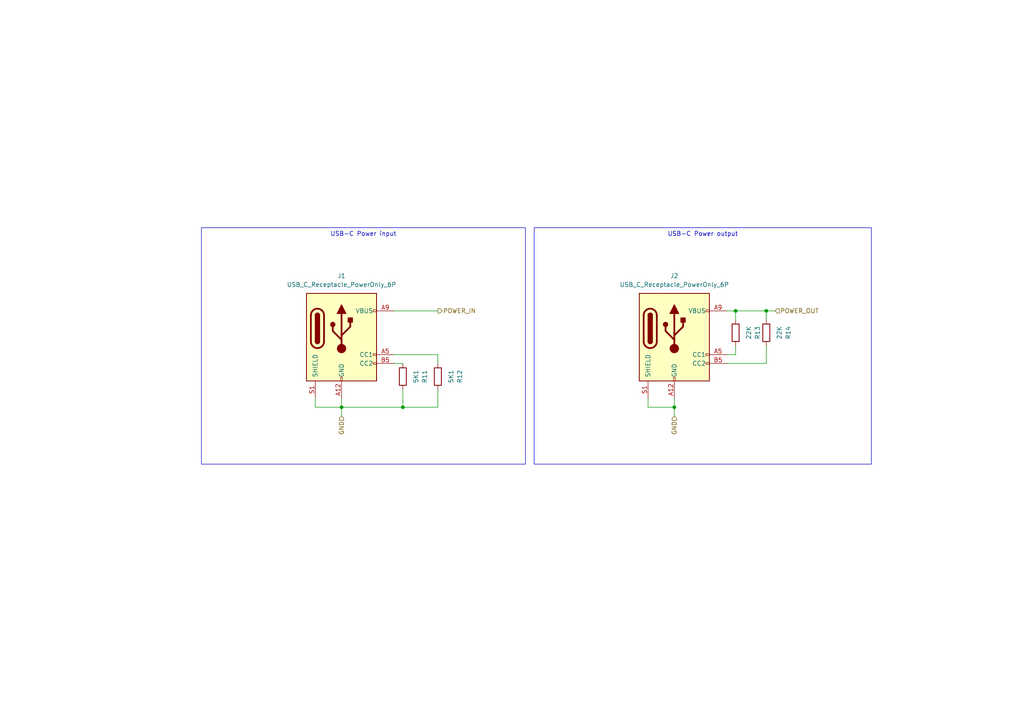
<source format=kicad_sch>
(kicad_sch (version 20231120) (generator "eeschema") (generator_version "8.0")
  (paper "A4")
  (lib_symbols
    (symbol "Connector:USB_C_Receptacle_PowerOnly_6P" (pin_names (offset 1.016))
      (property "Reference" "J" (at 0 16.51 0))
      (property "Value" "USB_C_Receptacle_PowerOnly_6P" (at 0 13.97 0))
      (symbol "USB_C_Receptacle_PowerOnly_6P_0_0"
        (rectangle (start -0.254 -12.7) (end 0.254 -11.684))
        (rectangle (start 10.16 -7.366) (end 9.144 -7.874))
        (rectangle (start 10.16 -4.826) (end 9.144 -5.334))
        (rectangle (start 10.16 7.874) (end 9.144 7.366))
      )
      (symbol "USB_C_Receptacle_PowerOnly_6P_0_1"
        (rectangle (start -10.16 12.7) (end 10.16 -12.7) (stroke (width 0.254)) (fill (type background)))
        (arc (start -8.89 -1.27) (mid -6.985 -3.1667) (end -5.08 -1.27) (stroke (width 0.508)))
        (arc (start -7.62 -1.27) (mid -6.985 -1.9023) (end -6.35 -1.27) (stroke (width 0.254)))
        (arc (start -7.62 -1.27) (mid -6.985 -1.9023) (end -6.35 -1.27) (stroke (width 0.254)) (fill (type outline)))
        (rectangle (start -7.62 -1.27) (end -6.35 6.35) (stroke (width 0.254)) (fill (type outline)))
        (arc (start -6.35 6.35) (mid -6.985 6.9823) (end -7.62 6.35) (stroke (width 0.254)))
        (arc (start -6.35 6.35) (mid -6.985 6.9823) (end -7.62 6.35) (stroke (width 0.254)) (fill (type outline)))
        (arc (start -5.08 6.35) (mid -6.985 8.2467) (end -8.89 6.35) (stroke (width 0.508)))
        (circle (center -2.54 3.683) (radius 0.635) (stroke (width 0.254)) (fill (type outline)))
        (circle (center 0 -3.302) (radius 1.27) (fill (type outline)))
        (polyline (pts (xy -8.89 -1.27) (xy -8.89 6.35)) (stroke (width 0.508)))
        (polyline (pts (xy -5.08 6.35) (xy -5.08 -1.27)) (stroke (width 0.508)))
        (polyline (pts (xy 0 -3.302) (xy 0 6.858)) (stroke (width 0.508)))
        (polyline (pts (xy 0 -0.762) (xy -2.54 1.778) (xy -2.54 3.048)) (stroke (width 0.508)))
        (polyline (pts (xy 0 0.508) (xy 2.54 3.048) (xy 2.54 4.318)) (stroke (width 0.508)))
        (polyline (pts (xy -1.27 6.858) (xy 0 9.398) (xy 1.27 6.858) (xy -1.27 6.858)) (stroke (width 0.254)) (fill (type outline)))
        (rectangle (start 1.905 4.318) (end 3.175 5.588) (stroke (width 0.254)) (fill (type outline)))
      )
      (symbol "USB_C_Receptacle_PowerOnly_6P_1_1"
        (pin passive line (at 0 -17.78 90) (length 5.08) (name "GND") (number "A12"))
        (pin bidirectional line (at 15.24 -5.08 180) (length 5.08) (name "CC1") (number "A5"))
        (pin passive line (at 15.24 7.62 180) (length 5.08) (name "VBUS") (number "A9"))
        (pin passive line (at 0 -17.78 90) (length 5.08) hide (name "GND") (number "B12"))
        (pin bidirectional line (at 15.24 -7.62 180) (length 5.08) (name "CC2") (number "B5"))
        (pin passive line (at 15.24 7.62 180) (length 5.08) hide (name "VBUS") (number "B9"))
        (pin passive line (at -7.62 -17.78 90) (length 5.08) (name "SHIELD") (number "S1"))
      )
    )
    (symbol "Device:R" (pin_numbers hide) (pin_names (offset 0))
      (property "Reference" "R" (at 2.032 0 90))
      (property "Value" "R" (at 0 0 90))
      (symbol "R_0_1"
        (rectangle (start -1.016 -2.54) (end 1.016 2.54) (stroke (width 0.254)))
      )
      (symbol "R_1_1"
        (pin passive line (at 0 3.81 270) (length 1.27) (name "~") (number "1"))
        (pin passive line (at 0 -3.81 90) (length 1.27) (name "~") (number "2"))
      )
    )
  )
  (junction (at 116.84 118.11))
  (junction (at 213.36 90.17))
  (junction (at 99.06 118.11))
  (junction (at 195.58 118.11))
  (junction (at 222.25 90.17))
  (wire (pts (xy 213.36 90.17) (xy 213.36 92.71)))
  (wire (pts (xy 222.25 90.17) (xy 224.79 90.17)))
  (wire (pts (xy 210.82 105.41) (xy 222.25 105.41)))
  (wire (pts (xy 213.36 90.17) (xy 222.25 90.17)))
  (wire (pts (xy 116.84 118.11) (xy 99.06 118.11)))
  (wire (pts (xy 91.44 115.57) (xy 91.44 118.11)))
  (wire (pts (xy 127 118.11) (xy 116.84 118.11)))
  (wire (pts (xy 187.96 118.11) (xy 195.58 118.11)))
  (wire (pts (xy 114.3 105.41) (xy 116.84 105.41)))
  (wire (pts (xy 127 113.03) (xy 127 118.11)))
  (wire (pts (xy 210.82 102.87) (xy 213.36 102.87)))
  (wire (pts (xy 99.06 118.11) (xy 99.06 120.65)))
  (wire (pts (xy 99.06 115.57) (xy 99.06 118.11)))
  (wire (pts (xy 195.58 120.65) (xy 195.58 118.11)))
  (wire (pts (xy 195.58 115.57) (xy 195.58 118.11)))
  (wire (pts (xy 210.82 90.17) (xy 213.36 90.17)))
  (wire (pts (xy 114.3 102.87) (xy 127 102.87)))
  (wire (pts (xy 114.3 90.17) (xy 127 90.17)))
  (wire (pts (xy 187.96 115.57) (xy 187.96 118.11)))
  (wire (pts (xy 116.84 113.03) (xy 116.84 118.11)))
  (wire (pts (xy 91.44 118.11) (xy 99.06 118.11)))
  (wire (pts (xy 213.36 100.33) (xy 213.36 102.87)))
  (wire (pts (xy 222.25 90.17) (xy 222.25 92.71)))
  (wire (pts (xy 222.25 100.33) (xy 222.25 105.41)))
  (wire (pts (xy 127 102.87) (xy 127 105.41)))
  (text_box "USB-C Power output" (at 154.94 66.04 0) (size 97.79 68.58) (effects (font (size 1.27 1.27)) (justify top)))
  (text_box "USB-C Power input" (at 58.42 66.04 0) (size 93.98 68.58) (effects (font (size 1.27 1.27)) (justify top)))
  (hierarchical_label "GND" (shape input) (at 99.06 120.65 270))
  (hierarchical_label "POWER_IN" (shape output) (at 127 90.17 0))
  (hierarchical_label "GND" (shape input) (at 195.58 120.65 270))
  (hierarchical_label "POWER_OUT" (shape input) (at 224.79 90.17 0))
  (symbol (lib_id "Connector:USB_C_Receptacle_PowerOnly_6P") (at 99.06 97.79 0) (unit 1)
    (property "Reference" "J1" (at 99.06 80.01 0))
    (property "Value" "USB_C_Receptacle_PowerOnly_6P" (at 99.06 82.55 0))
    (property "Footprint" "custom:USB_C_Receptacle_GCT_USB4125-xx-x_6P_TopMnt_Horizontal_handsolder" (effects (hide yes)))
    (property "Datasheet" "https://www.usb.org/sites/default/files/documents/usb_type-c.zip" (effects (hide yes)))
    (property "Description" "USB Power-Only 6P Type-C Receptacle connector" (effects (hide yes)))
  )
  (symbol (lib_id "Device:R") (at 116.84 109.22 0) (mirror y) (unit 1)
    (property "Reference" "R11" (at 123.19 109.22 90))
    (property "Value" "5K1" (at 120.65 109.22 90))
    (property "Footprint" "Resistor_SMD:R_0402_1005Metric" (effects (hide yes)))
    (property "Description" "Resistor" (effects (hide yes)))
    (property "LCSC Part" "C25905" (effects (hide yes)))
  )
  (symbol (lib_id "Device:R") (at 127 109.22 0) (mirror y) (unit 1)
    (property "Reference" "R12" (at 133.35 109.22 90))
    (property "Value" "5K1" (at 130.81 109.22 90))
    (property "Footprint" "Resistor_SMD:R_0402_1005Metric" (effects (hide yes)))
    (property "Description" "Resistor" (effects (hide yes)))
    (property "LCSC Part" "C25905" (effects (hide yes)))
  )
  (symbol (lib_id "Device:R") (at 213.36 96.52 0) (mirror y) (unit 1)
    (property "Reference" "R13" (at 219.71 96.52 90))
    (property "Value" "22K" (at 217.17 96.52 90))
    (property "Footprint" "Resistor_SMD:R_0402_1005Metric" (effects (hide yes)))
    (property "Description" "Resistor" (effects (hide yes)))
    (property "LCSC Part" "C25768" (effects (hide yes)))
  )
  (symbol (lib_id "Device:R") (at 222.25 96.52 0) (mirror y) (unit 1)
    (property "Reference" "R14" (at 228.6 96.52 90))
    (property "Value" "22K" (at 226.06 96.52 90))
    (property "Footprint" "Resistor_SMD:R_0402_1005Metric" (effects (hide yes)))
    (property "Description" "Resistor" (effects (hide yes)))
    (property "LCSC Part" "C25768" (effects (hide yes)))
  )
  (symbol (lib_id "Connector:USB_C_Receptacle_PowerOnly_6P") (at 195.58 97.79 0) (unit 1)
    (property "Reference" "J2" (at 195.58 80.01 0))
    (property "Value" "USB_C_Receptacle_PowerOnly_6P" (at 195.58 82.55 0))
    (property "Footprint" "custom:USB_C_Receptacle_GCT_USB4125-xx-x_6P_TopMnt_Horizontal_handsolder" (effects (hide yes)))
    (property "Datasheet" "https://www.usb.org/sites/default/files/documents/usb_type-c.zip" (effects (hide yes)))
    (property "Description" "USB Power-Only 6P Type-C Receptacle connector" (effects (hide yes)))
  )
)
</source>
